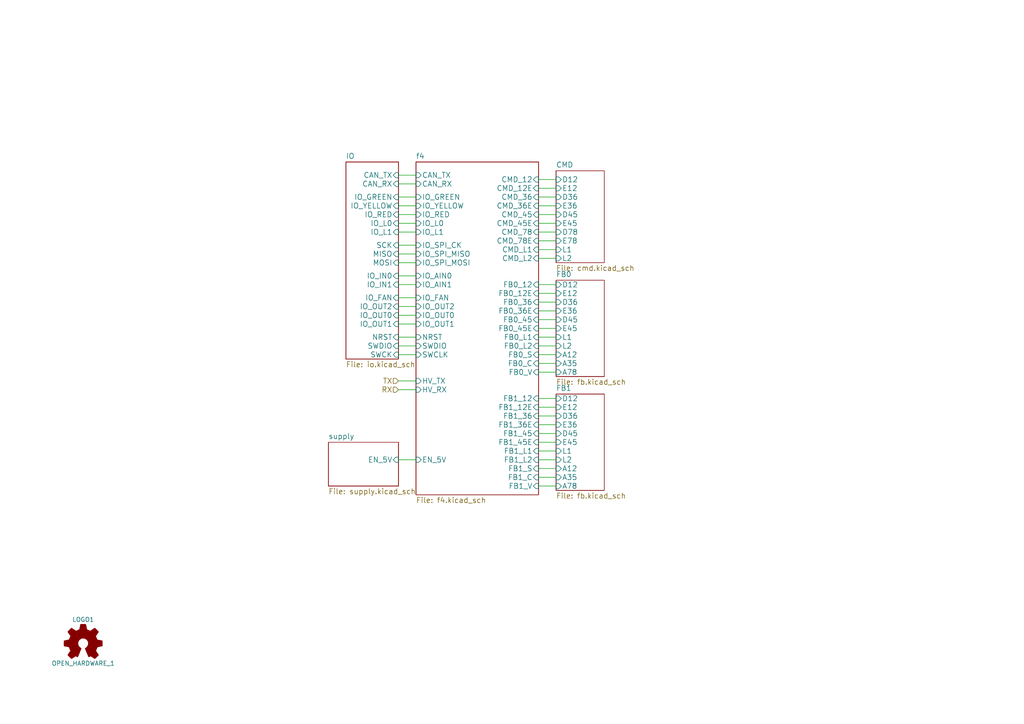
<source format=kicad_sch>
(kicad_sch (version 20231120) (generator "eeschema") (generator_version "8.0")
  (paper "A4")
  (lib_symbols
    (symbol "stmbl:OPEN_HARDWARE_1" (pin_names (offset 1.016))
      (property "Reference" "LOGO" (at 0 6.985 0))
      (property "Value" "OPEN_HARDWARE_1" (at 0 -5.715 0))
      (symbol "OPEN_HARDWARE_1_0_1"
        (polyline (pts (xy 3.3528 -4.3434) (xy 3.302 -4.318) (xy 3.175 -4.2418) (xy 2.9972 -4.1148) (xy 2.7686 -3.9624) (xy 2.54 -3.81) (xy 2.3622 -3.7084) (xy 2.2352 -3.6068) (xy 2.1844 -3.5814) (xy 2.159 -3.6068) (xy 2.0574 -3.6576) (xy 1.905 -3.7338) (xy 1.8034 -3.7846) (xy 1.6764 -3.8354) (xy 1.6002 -3.8354) (xy 1.6002 -3.8354) (xy 1.5494 -3.7338) (xy 1.4732 -3.5306) (xy 1.3462 -3.302) (xy 1.2446 -3.0226) (xy 1.1176 -2.7178) (xy 0.9652 -2.413) (xy 0.8636 -2.1082) (xy 0.7366 -1.8288) (xy 0.6604 -1.6256) (xy 0.6096 -1.4732) (xy 0.5842 -1.397) (xy 0.5842 -1.397) (xy 0.6604 -1.3208) (xy 0.7874 -1.2446) (xy 1.0414 -1.016) (xy 1.2954 -0.6858) (xy 1.4478 -0.3302) (xy 1.524 0.0762) (xy 1.4732 0.4572) (xy 1.3208 0.8128) (xy 1.0668 1.143) (xy 0.762 1.3716) (xy 0.4064 1.524) (xy 0 1.5748) (xy -0.381 1.5494) (xy -0.7366 1.397) (xy -1.0668 1.143) (xy -1.2192 0.9906) (xy -1.397 0.6604) (xy -1.524 0.3048) (xy -1.524 0.2286) (xy -1.4986 -0.1778) (xy -1.397 -0.5334) (xy -1.1938 -0.8636) (xy -0.9144 -1.143) (xy -0.8636 -1.1684) (xy -0.7366 -1.27) (xy -0.635 -1.3462) (xy -0.5842 -1.397) (xy -1.0668 -2.5908) (xy -1.143 -2.794) (xy -1.2954 -3.1242) (xy -1.397 -3.4036) (xy -1.4986 -3.6322) (xy -1.5748 -3.7846) (xy -1.6002 -3.8354) (xy -1.6002 -3.8354) (xy -1.651 -3.8354) (xy -1.7272 -3.81) (xy -1.905 -3.7338) (xy -2.0066 -3.683) (xy -2.1336 -3.6068) (xy -2.2098 -3.5814) (xy -2.2606 -3.6068) (xy -2.3622 -3.683) (xy -2.54 -3.81) (xy -2.7686 -3.9624) (xy -2.9718 -4.0894) (xy -3.1496 -4.2164) (xy -3.302 -4.318) (xy -3.3528 -4.3434) (xy -3.3782 -4.3434) (xy -3.429 -4.318) (xy -3.5306 -4.2164) (xy -3.7084 -4.064) (xy -3.937 -3.8354) (xy -3.9624 -3.81) (xy -4.1656 -3.6068) (xy -4.318 -3.4544) (xy -4.4196 -3.3274) (xy -4.445 -3.2766) (xy -4.445 -3.2766) (xy -4.4196 -3.2258) (xy -4.318 -3.0734) (xy -4.2164 -2.8956) (xy -4.064 -2.667) (xy -3.6576 -2.0828) (xy -3.8862 -1.5494) (xy -3.937 -1.3716) (xy -4.0386 -1.1684) (xy -4.0894 -1.0414) (xy -4.1148 -0.9652) (xy -4.191 -0.9398) (xy -4.318 -0.9144) (xy -4.5466 -0.8636) (xy -4.8006 -0.8128) (xy -5.0546 -0.7874) (xy -5.2578 -0.7366) (xy -5.4356 -0.7112) (xy -5.5118 -0.6858) (xy -5.5118 -0.6858) (xy -5.5372 -0.635) (xy -5.5372 -0.5588) (xy -5.5372 -0.4318) (xy -5.5626 -0.2286) (xy -5.5626 0.0762) (xy -5.5626 0.127) (xy -5.5372 0.4064) (xy -5.5372 0.635) (xy -5.5372 0.762) (xy -5.5372 0.8382) (xy -5.5372 0.8382) (xy -5.461 0.8382) (xy -5.3086 0.889) (xy -5.08 0.9144) (xy -4.826 0.9652) (xy -4.8006 0.9906) (xy -4.5466 1.0414) (xy -4.318 1.0668) (xy -4.1656 1.1176) (xy -4.0894 1.143) (xy -4.0894 1.143) (xy -4.0386 1.2446) (xy -3.9624 1.4224) (xy -3.8608 1.6256) (xy -3.7846 1.8288) (xy -3.7084 2.0066) (xy -3.6576 2.159) (xy -3.6322 2.2098) (xy -3.6322 2.2098) (xy -3.683 2.286) (xy -3.7592 2.413) (xy -3.8862 2.5908) (xy -4.064 2.8194) (xy -4.064 2.8448) (xy -4.2164 3.0734) (xy -4.3434 3.2512) (xy -4.4196 3.3782) (xy -4.445 3.4544) (xy -4.445 3.4544) (xy -4.3942 3.5052) (xy -4.2926 3.6322) (xy -4.1148 3.81) (xy -3.937 4.0132) (xy -3.8608 4.064) (xy -3.6576 4.2926) (xy -3.5052 4.4196) (xy -3.4036 4.4958) (xy -3.3528 4.5212) (xy -3.3528 4.5212) (xy -3.302 4.4704) (xy -3.1496 4.3688) (xy -2.9718 4.2418) (xy -2.7432 4.0894) (xy -2.7178 4.0894) (xy -2.4892 3.937) (xy -2.3114 3.81) (xy -2.1844 3.7084) (xy -2.1336 3.683) (xy -2.1082 3.683) (xy -2.032 3.7084) (xy -1.8542 3.7592) (xy -1.6764 3.8354) (xy -1.4732 3.937) (xy -1.27 4.0132) (xy -1.143 4.064) (xy -1.0668 4.1148) (xy -1.0668 4.1148) (xy -1.0414 4.191) (xy -1.016 4.3434) (xy -0.9652 4.572) (xy -0.9144 4.8514) (xy -0.889 4.9022) (xy -0.8382 5.1562) (xy -0.8128 5.3848) (xy -0.7874 5.5372) (xy -0.762 5.588) (xy -0.7112 5.6134) (xy -0.5842 5.6134) (xy -0.4064 5.6134) (xy -0.1524 5.6134) (xy 0.0762 5.6134) (xy 0.3302 5.6134) (xy 0.5334 5.6134) (xy 0.6858 5.588) (xy 0.7366 5.588) (xy 0.7366 5.588) (xy 0.762 5.5118) (xy 0.8128 5.334) (xy 0.8382 5.1054) (xy 0.9144 4.826) (xy 0.9144 4.7752) (xy 0.9652 4.5212) (xy 1.016 4.2926) (xy 1.0414 4.1402) (xy 1.0668 4.0894) (xy 1.0668 4.0894) (xy 1.1938 4.0386) (xy 1.3716 3.9624) (xy 1.5748 3.8608) (xy 2.0828 3.6576) (xy 2.7178 4.0894) (xy 2.7686 4.1402) (xy 2.9972 4.2926) (xy 3.175 4.4196) (xy 3.302 4.4958) (xy 3.3782 4.5212) (xy 3.3782 4.5212) (xy 3.429 4.4704) (xy 3.556 4.3434) (xy 3.7338 4.191) (xy 3.9116 3.9878) (xy 4.064 3.8354) (xy 4.2418 3.6576) (xy 4.3434 3.556) (xy 4.4196 3.4798) (xy 4.4196 3.429) (xy 4.4196 3.4036) (xy 4.3942 3.3274) (xy 4.2926 3.2004) (xy 4.1656 2.9972) (xy 4.0132 2.794) (xy 3.8862 2.5908) (xy 3.7592 2.3876) (xy 3.6576 2.2352) (xy 3.6322 2.159) (xy 3.6322 2.1336) (xy 3.683 2.0066) (xy 3.7592 1.8288) (xy 3.8608 1.6002) (xy 4.064 1.1176) (xy 4.3942 1.0414) (xy 4.5974 1.016) (xy 4.8768 0.9652) (xy 5.1308 0.9144) (xy 5.5372 0.8382) (xy 5.5626 -0.6604) (xy 5.4864 -0.6858) (xy 5.4356 -0.6858) (xy 5.2832 -0.7366) (xy 5.0546 -0.762) (xy 4.8006 -0.8128) (xy 4.5974 -0.8636) (xy 4.3688 -0.9144) (xy 4.2164 -0.9398) (xy 4.1402 -0.9398) (xy 4.1148 -0.9652) (xy 4.064 -1.0668) (xy 3.9878 -1.2446) (xy 3.9116 -1.4478) (xy 3.81 -1.651) (xy 3.7338 -1.8542) (xy 3.683 -2.0066) (xy 3.6576 -2.0828) (xy 3.683 -2.1336) (xy 3.7846 -2.2606) (xy 3.8862 -2.4638) (xy 4.0386 -2.667) (xy 4.191 -2.8956) (xy 4.318 -3.0734) (xy 4.3942 -3.2004) (xy 4.445 -3.2766) (xy 4.4196 -3.3274) (xy 4.3434 -3.429) (xy 4.1656 -3.5814) (xy 3.937 -3.8354) (xy 3.8862 -3.8608) (xy 3.683 -4.064) (xy 3.5306 -4.2164) (xy 3.4036 -4.318) (xy 3.3528 -4.3434)) (fill (type outline)))
      )
    )
  )
  (wire (pts (xy 115.57 86.36) (xy 120.65 86.36)))
  (wire (pts (xy 156.21 128.27) (xy 161.29 128.27)))
  (wire (pts (xy 156.21 133.35) (xy 161.29 133.35)))
  (wire (pts (xy 156.21 82.55) (xy 161.29 82.55)))
  (wire (pts (xy 156.21 74.93) (xy 161.29 74.93)))
  (wire (pts (xy 156.21 140.97) (xy 161.29 140.97)))
  (wire (pts (xy 156.21 54.61) (xy 161.29 54.61)))
  (wire (pts (xy 115.57 100.33) (xy 120.65 100.33)))
  (wire (pts (xy 115.57 62.23) (xy 120.65 62.23)))
  (wire (pts (xy 156.21 52.07) (xy 161.29 52.07)))
  (wire (pts (xy 156.21 97.79) (xy 161.29 97.79)))
  (wire (pts (xy 115.57 110.49) (xy 120.65 110.49)))
  (wire (pts (xy 156.21 95.25) (xy 161.29 95.25)))
  (wire (pts (xy 156.21 118.11) (xy 161.29 118.11)))
  (wire (pts (xy 115.57 82.55) (xy 120.65 82.55)))
  (wire (pts (xy 156.21 90.17) (xy 161.29 90.17)))
  (wire (pts (xy 156.21 62.23) (xy 161.29 62.23)))
  (wire (pts (xy 156.21 87.63) (xy 161.29 87.63)))
  (wire (pts (xy 156.21 67.31) (xy 161.29 67.31)))
  (wire (pts (xy 156.21 59.69) (xy 161.29 59.69)))
  (wire (pts (xy 156.21 123.19) (xy 161.29 123.19)))
  (wire (pts (xy 156.21 130.81) (xy 161.29 130.81)))
  (wire (pts (xy 115.57 50.8) (xy 120.65 50.8)))
  (wire (pts (xy 120.65 80.01) (xy 115.57 80.01)))
  (wire (pts (xy 115.57 57.15) (xy 120.65 57.15)))
  (wire (pts (xy 156.21 69.85) (xy 161.29 69.85)))
  (wire (pts (xy 156.21 115.57) (xy 161.29 115.57)))
  (wire (pts (xy 115.57 76.2) (xy 120.65 76.2)))
  (wire (pts (xy 120.65 73.66) (xy 115.57 73.66)))
  (wire (pts (xy 115.57 133.35) (xy 120.65 133.35)))
  (wire (pts (xy 115.57 53.34) (xy 120.65 53.34)))
  (wire (pts (xy 156.21 100.33) (xy 161.29 100.33)))
  (wire (pts (xy 115.57 71.12) (xy 120.65 71.12)))
  (wire (pts (xy 156.21 72.39) (xy 161.29 72.39)))
  (wire (pts (xy 115.57 67.31) (xy 120.65 67.31)))
  (wire (pts (xy 115.57 113.03) (xy 120.65 113.03)))
  (wire (pts (xy 156.21 57.15) (xy 161.29 57.15)))
  (wire (pts (xy 156.21 107.95) (xy 161.29 107.95)))
  (wire (pts (xy 115.57 97.79) (xy 120.65 97.79)))
  (wire (pts (xy 156.21 105.41) (xy 161.29 105.41)))
  (wire (pts (xy 156.21 120.65) (xy 161.29 120.65)))
  (wire (pts (xy 156.21 85.09) (xy 161.29 85.09)))
  (wire (pts (xy 115.57 91.44) (xy 120.65 91.44)))
  (wire (pts (xy 156.21 102.87) (xy 161.29 102.87)))
  (wire (pts (xy 115.57 88.9) (xy 120.65 88.9)))
  (wire (pts (xy 156.21 92.71) (xy 161.29 92.71)))
  (wire (pts (xy 156.21 138.43) (xy 161.29 138.43)))
  (wire (pts (xy 115.57 102.87) (xy 120.65 102.87)))
  (wire (pts (xy 115.57 93.98) (xy 120.65 93.98)))
  (wire (pts (xy 156.21 64.77) (xy 161.29 64.77)))
  (wire (pts (xy 120.65 59.69) (xy 115.57 59.69)))
  (wire (pts (xy 156.21 125.73) (xy 161.29 125.73)))
  (wire (pts (xy 161.29 135.89) (xy 156.21 135.89)))
  (wire (pts (xy 120.65 64.77) (xy 115.57 64.77)))
  (hierarchical_label "TX" (shape input) (at 115.57 110.49 180) (effects (font (size 1.524 1.524))))
  (hierarchical_label "RX" (shape input) (at 115.57 113.03 180) (effects (font (size 1.524 1.524))))
  (symbol (lib_id "stmbl:OPEN_HARDWARE_1") (at 24.13 186.69 0) (unit 1)
    (property "Reference" "LOGO1" (at 24.13 179.705 0))
    (property "Value" "OPEN_HARDWARE_1" (at 24.13 192.405 0))
    (property "Footprint" "stmbl:Symbol_OSHW-Logo_SilkScreen" (effects (hide yes)))
  )
  (sheet (at 120.65 46.99) (size 35.56 96.52)
    (property "Sheetname" "f4" (at 120.65 46.1514 0) (effects (font (size 1.524 1.524)) (justify left bottom)))
    (property "Sheetfile" "f4.kicad_sch" (at 120.65 144.1962 0) (effects (font (size 1.524 1.524)) (justify left top)))
    (pin "CMD_12" input (at 156.21 52.07 0) (effects (font (size 1.524 1.524))))
    (pin "CMD_36" input (at 156.21 57.15 0) (effects (font (size 1.524 1.524))))
    (pin "CMD_45" input (at 156.21 62.23 0) (effects (font (size 1.524 1.524))))
    (pin "FB0_12" input (at 156.21 82.55 0) (effects (font (size 1.524 1.524))))
    (pin "FB0_36" input (at 156.21 87.63 0) (effects (font (size 1.524 1.524))))
    (pin "FB0_45" input (at 156.21 92.71 0) (effects (font (size 1.524 1.524))))
    (pin "FB1_12" input (at 156.21 115.57 0) (effects (font (size 1.524 1.524))))
    (pin "FB1_36" input (at 156.21 120.65 0) (effects (font (size 1.524 1.524))))
    (pin "FB1_45" input (at 156.21 125.73 0) (effects (font (size 1.524 1.524))))
    (pin "HV_TX" input (at 120.65 110.49 180) (effects (font (size 1.524 1.524))))
    (pin "HV_RX" input (at 120.65 113.03 180) (effects (font (size 1.524 1.524))))
    (pin "CAN_RX" input (at 120.65 53.34 180) (effects (font (size 1.524 1.524))))
    (pin "CMD_78" input (at 156.21 67.31 0) (effects (font (size 1.524 1.524))))
    (pin "CMD_36E" input (at 156.21 59.69 0) (effects (font (size 1.524 1.524))))
    (pin "CMD_45E" input (at 156.21 64.77 0) (effects (font (size 1.524 1.524))))
    (pin "CMD_78E" input (at 156.21 69.85 0) (effects (font (size 1.524 1.524))))
    (pin "CMD_12E" input (at 156.21 54.61 0) (effects (font (size 1.524 1.524))))
    (pin "FB0_12E" input (at 156.21 85.09 0) (effects (font (size 1.524 1.524))))
    (pin "FB0_36E" input (at 156.21 90.17 0) (effects (font (size 1.524 1.524))))
    (pin "FB0_45E" input (at 156.21 95.25 0) (effects (font (size 1.524 1.524))))
    (pin "FB1_12E" input (at 156.21 118.11 0) (effects (font (size 1.524 1.524))))
    (pin "FB1_36E" input (at 156.21 123.19 0) (effects (font (size 1.524 1.524))))
    (pin "FB1_45E" input (at 156.21 128.27 0) (effects (font (size 1.524 1.524))))
    (pin "CMD_L1" input (at 156.21 72.39 0) (effects (font (size 1.524 1.524))))
    (pin "CMD_L2" input (at 156.21 74.93 0) (effects (font (size 1.524 1.524))))
    (pin "FB0_L1" input (at 156.21 97.79 0) (effects (font (size 1.524 1.524))))
    (pin "FB0_L2" input (at 156.21 100.33 0) (effects (font (size 1.524 1.524))))
    (pin "FB1_L1" input (at 156.21 130.81 0) (effects (font (size 1.524 1.524))))
    (pin "FB1_L2" input (at 156.21 133.35 0) (effects (font (size 1.524 1.524))))
    (pin "FB0_S" input (at 156.21 102.87 0) (effects (font (size 1.524 1.524))))
    (pin "FB1_S" input (at 156.21 135.89 0) (effects (font (size 1.524 1.524))))
    (pin "FB0_C" input (at 156.21 105.41 0) (effects (font (size 1.524 1.524))))
    (pin "FB1_C" input (at 156.21 138.43 0) (effects (font (size 1.524 1.524))))
    (pin "CAN_TX" input (at 120.65 50.8 180) (effects (font (size 1.524 1.524))))
    (pin "SWDIO" input (at 120.65 100.33 180) (effects (font (size 1.524 1.524))))
    (pin "SWCLK" input (at 120.65 102.87 180) (effects (font (size 1.524 1.524))))
    (pin "NRST" input (at 120.65 97.79 180) (effects (font (size 1.524 1.524))))
    (pin "IO_FAN" input (at 120.65 86.36 180) (effects (font (size 1.524 1.524))))
    (pin "IO_OUT2" input (at 120.65 88.9 180) (effects (font (size 1.524 1.524))))
    (pin "IO_OUT0" input (at 120.65 91.44 180) (effects (font (size 1.524 1.524))))
    (pin "IO_OUT1" input (at 120.65 93.98 180) (effects (font (size 1.524 1.524))))
    (pin "IO_SPI_MISO" input (at 120.65 73.66 180) (effects (font (size 1.524 1.524))))
    (pin "IO_SPI_CK" input (at 120.65 71.12 180) (effects (font (size 1.524 1.524))))
    (pin "IO_SPI_MOSI" input (at 120.65 76.2 180) (effects (font (size 1.524 1.524))))
    (pin "FB0_V" input (at 156.21 107.95 0) (effects (font (size 1.524 1.524))))
    (pin "FB1_V" input (at 156.21 140.97 0) (effects (font (size 1.524 1.524))))
    (pin "IO_AIN0" input (at 120.65 80.01 180) (effects (font (size 1.524 1.524))))
    (pin "IO_AIN1" input (at 120.65 82.55 180) (effects (font (size 1.524 1.524))))
    (pin "EN_5V" input (at 120.65 133.35 180) (effects (font (size 1.524 1.524))))
    (pin "IO_L0" input (at 120.65 64.77 180) (effects (font (size 1.524 1.524))))
    (pin "IO_L1" input (at 120.65 67.31 180) (effects (font (size 1.524 1.524))))
    (pin "IO_GREEN" input (at 120.65 57.15 180) (effects (font (size 1.524 1.524))))
    (pin "IO_YELLOW" input (at 120.65 59.69 180) (effects (font (size 1.524 1.524))))
    (pin "IO_RED" input (at 120.65 62.23 180) (effects (font (size 1.524 1.524))))
  )
  (sheet (at 95.25 128.27) (size 20.32 12.7)
    (property "Sheetname" "supply" (at 95.25 127.4314 0) (effects (font (size 1.524 1.524)) (justify left bottom)))
    (property "Sheetfile" "supply.kicad_sch" (at 95.25 141.6562 0) (effects (font (size 1.524 1.524)) (justify left top)))
    (pin "EN_5V" input (at 115.57 133.35 0) (effects (font (size 1.524 1.524))))
  )
  (sheet (at 161.29 49.53) (size 13.97 26.67)
    (property "Sheetname" "CMD" (at 161.29 48.6914 0) (effects (font (size 1.524 1.524)) (justify left bottom)))
    (property "Sheetfile" "cmd.kicad_sch" (at 161.29 76.8862 0) (effects (font (size 1.524 1.524)) (justify left top)))
    (pin "D12" input (at 161.29 52.07 180) (effects (font (size 1.524 1.524))))
    (pin "E12" input (at 161.29 54.61 180) (effects (font (size 1.524 1.524))))
    (pin "D36" input (at 161.29 57.15 180) (effects (font (size 1.524 1.524))))
    (pin "E36" input (at 161.29 59.69 180) (effects (font (size 1.524 1.524))))
    (pin "D45" input (at 161.29 62.23 180) (effects (font (size 1.524 1.524))))
    (pin "E45" input (at 161.29 64.77 180) (effects (font (size 1.524 1.524))))
    (pin "D78" input (at 161.29 67.31 180) (effects (font (size 1.524 1.524))))
    (pin "E78" input (at 161.29 69.85 180) (effects (font (size 1.524 1.524))))
    (pin "L1" input (at 161.29 72.39 180) (effects (font (size 1.524 1.524))))
    (pin "L2" input (at 161.29 74.93 180) (effects (font (size 1.524 1.524))))
  )
  (sheet (at 161.29 81.28) (size 13.97 27.94)
    (property "Sheetname" "FB0" (at 161.29 80.4414 0) (effects (font (size 1.524 1.524)) (justify left bottom)))
    (property "Sheetfile" "fb.kicad_sch" (at 161.29 109.9062 0) (effects (font (size 1.524 1.524)) (justify left top)))
    (pin "D12" input (at 161.29 82.55 180) (effects (font (size 1.524 1.524))))
    (pin "E12" input (at 161.29 85.09 180) (effects (font (size 1.524 1.524))))
    (pin "D36" input (at 161.29 87.63 180) (effects (font (size 1.524 1.524))))
    (pin "E36" input (at 161.29 90.17 180) (effects (font (size 1.524 1.524))))
    (pin "D45" input (at 161.29 92.71 180) (effects (font (size 1.524 1.524))))
    (pin "E45" input (at 161.29 95.25 180) (effects (font (size 1.524 1.524))))
    (pin "L1" input (at 161.29 97.79 180) (effects (font (size 1.524 1.524))))
    (pin "L2" input (at 161.29 100.33 180) (effects (font (size 1.524 1.524))))
    (pin "A12" input (at 161.29 102.87 180) (effects (font (size 1.524 1.524))))
    (pin "A35" input (at 161.29 105.41 180) (effects (font (size 1.524 1.524))))
    (pin "A78" input (at 161.29 107.95 180) (effects (font (size 1.524 1.524))))
  )
  (sheet (at 100.33 46.99) (size 15.24 57.15)
    (property "Sheetname" "IO" (at 100.33 46.1514 0) (effects (font (size 1.524 1.524)) (justify left bottom)))
    (property "Sheetfile" "io.kicad_sch" (at 100.33 104.8262 0) (effects (font (size 1.524 1.524)) (justify left top)))
    (pin "CAN_TX" input (at 115.57 50.8 0) (effects (font (size 1.524 1.524))))
    (pin "CAN_RX" input (at 115.57 53.34 0) (effects (font (size 1.524 1.524))))
    (pin "IO_FAN" input (at 115.57 86.36 0) (effects (font (size 1.524 1.524))))
    (pin "IO_OUT2" input (at 115.57 88.9 0) (effects (font (size 1.524 1.524))))
    (pin "IO_OUT0" input (at 115.57 91.44 0) (effects (font (size 1.524 1.524))))
    (pin "IO_OUT1" input (at 115.57 93.98 0) (effects (font (size 1.524 1.524))))
    (pin "IO_IN0" input (at 115.57 80.01 0) (effects (font (size 1.524 1.524))))
    (pin "IO_IN1" input (at 115.57 82.55 0) (effects (font (size 1.524 1.524))))
    (pin "MISO" input (at 115.57 73.66 0) (effects (font (size 1.524 1.524))))
    (pin "MOSI" input (at 115.57 76.2 0) (effects (font (size 1.524 1.524))))
    (pin "SCK" input (at 115.57 71.12 0) (effects (font (size 1.524 1.524))))
    (pin "NRST" input (at 115.57 97.79 0) (effects (font (size 1.524 1.524))))
    (pin "SWDIO" input (at 115.57 100.33 0) (effects (font (size 1.524 1.524))))
    (pin "SWCK" input (at 115.57 102.87 0) (effects (font (size 1.524 1.524))))
    (pin "IO_L0" input (at 115.57 64.77 0) (effects (font (size 1.524 1.524))))
    (pin "IO_L1" input (at 115.57 67.31 0) (effects (font (size 1.524 1.524))))
    (pin "IO_GREEN" input (at 115.57 57.15 0) (effects (font (size 1.524 1.524))))
    (pin "IO_YELLOW" input (at 115.57 59.69 0) (effects (font (size 1.524 1.524))))
    (pin "IO_RED" input (at 115.57 62.23 0) (effects (font (size 1.524 1.524))))
  )
  (sheet (at 161.29 114.3) (size 13.97 27.94)
    (property "Sheetname" "FB1" (at 161.29 113.4614 0) (effects (font (size 1.524 1.524)) (justify left bottom)))
    (property "Sheetfile" "fb.kicad_sch" (at 161.29 142.9262 0) (effects (font (size 1.524 1.524)) (justify left top)))
    (pin "D12" input (at 161.29 115.57 180) (effects (font (size 1.524 1.524))))
    (pin "E12" input (at 161.29 118.11 180) (effects (font (size 1.524 1.524))))
    (pin "D36" input (at 161.29 120.65 180) (effects (font (size 1.524 1.524))))
    (pin "E36" input (at 161.29 123.19 180) (effects (font (size 1.524 1.524))))
    (pin "D45" input (at 161.29 125.73 180) (effects (font (size 1.524 1.524))))
    (pin "E45" input (at 161.29 128.27 180) (effects (font (size 1.524 1.524))))
    (pin "L1" input (at 161.29 130.81 180) (effects (font (size 1.524 1.524))))
    (pin "L2" input (at 161.29 133.35 180) (effects (font (size 1.524 1.524))))
    (pin "A12" input (at 161.29 135.89 180) (effects (font (size 1.524 1.524))))
    (pin "A35" input (at 161.29 138.43 180) (effects (font (size 1.524 1.524))))
    (pin "A78" input (at 161.29 140.97 180) (effects (font (size 1.524 1.524))))
  )
)
</source>
